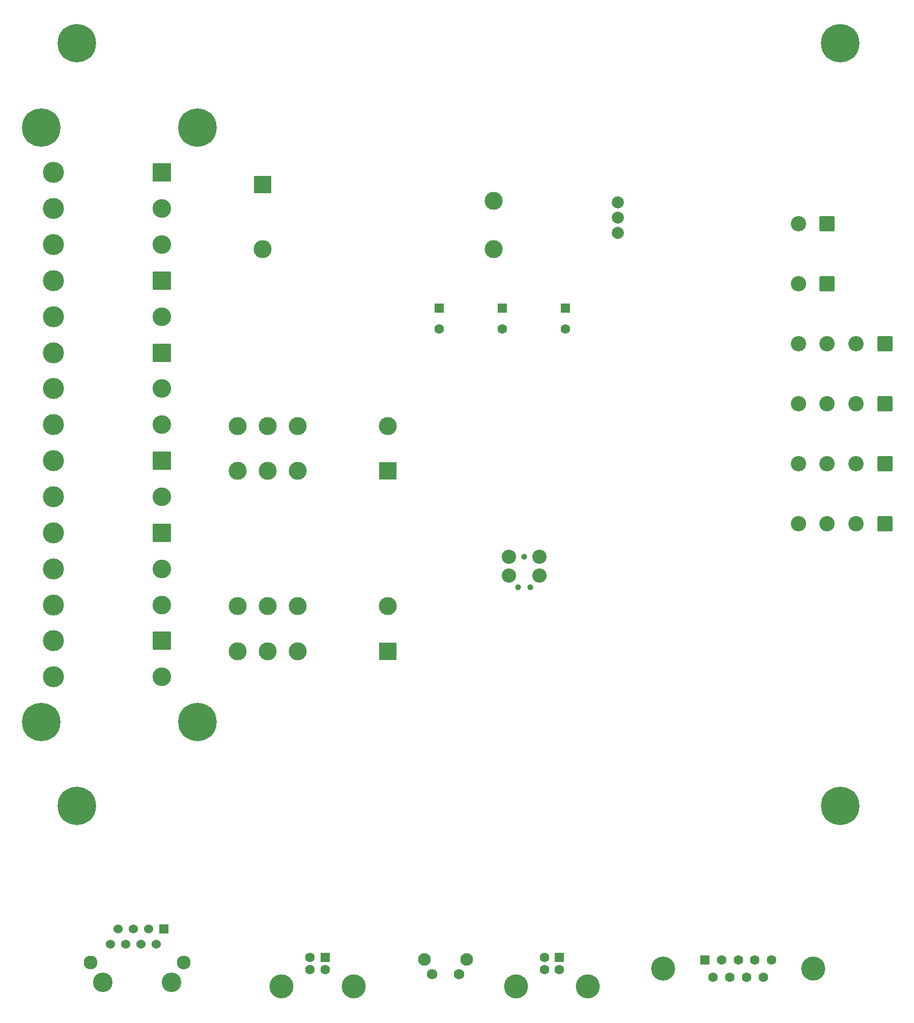
<source format=gbr>
%TF.GenerationSoftware,KiCad,Pcbnew,6.0.5+dfsg-1~bpo11+1*%
%TF.CreationDate,2023-01-20T09:08:56+00:00*%
%TF.ProjectId,nascontrol,6e617363-6f6e-4747-926f-6c2e6b696361,0.1*%
%TF.SameCoordinates,Original*%
%TF.FileFunction,Soldermask,Bot*%
%TF.FilePolarity,Negative*%
%FSLAX46Y46*%
G04 Gerber Fmt 4.6, Leading zero omitted, Abs format (unit mm)*
G04 Created by KiCad (PCBNEW 6.0.5+dfsg-1~bpo11+1) date 2023-01-20 09:08:56*
%MOMM*%
%LPD*%
G01*
G04 APERTURE LIST*
G04 Aperture macros list*
%AMRoundRect*
0 Rectangle with rounded corners*
0 $1 Rounding radius*
0 $2 $3 $4 $5 $6 $7 $8 $9 X,Y pos of 4 corners*
0 Add a 4 corners polygon primitive as box body*
4,1,4,$2,$3,$4,$5,$6,$7,$8,$9,$2,$3,0*
0 Add four circle primitives for the rounded corners*
1,1,$1+$1,$2,$3*
1,1,$1+$1,$4,$5*
1,1,$1+$1,$6,$7*
1,1,$1+$1,$8,$9*
0 Add four rect primitives between the rounded corners*
20,1,$1+$1,$2,$3,$4,$5,0*
20,1,$1+$1,$4,$5,$6,$7,0*
20,1,$1+$1,$6,$7,$8,$9,0*
20,1,$1+$1,$8,$9,$2,$3,0*%
G04 Aperture macros list end*
%ADD10C,4.000000*%
%ADD11R,1.600000X1.600000*%
%ADD12C,1.600000*%
%ADD13C,3.500000*%
%ADD14RoundRect,0.249999X-1.300001X1.300001X-1.300001X-1.300001X1.300001X-1.300001X1.300001X1.300001X0*%
%ADD15C,3.100000*%
%ADD16RoundRect,0.249999X1.025001X1.025001X-1.025001X1.025001X-1.025001X-1.025001X1.025001X-1.025001X0*%
%ADD17C,2.550000*%
%ADD18C,2.000000*%
%ADD19C,6.400000*%
%ADD20C,3.000000*%
%ADD21R,3.000000X3.000000*%
%ADD22C,2.374900*%
%ADD23C,0.990600*%
%ADD24C,2.100000*%
%ADD25C,1.750000*%
%ADD26C,3.250000*%
%ADD27R,1.500000X1.500000*%
%ADD28C,1.524000*%
%ADD29C,2.300000*%
G04 APERTURE END LIST*
D10*
%TO.C,J402*%
X127490000Y-184089669D03*
X152490000Y-184089669D03*
D11*
X134450000Y-182669669D03*
D12*
X137220000Y-182669669D03*
X139990000Y-182669669D03*
X142760000Y-182669669D03*
X145530000Y-182669669D03*
X135835000Y-185509669D03*
X138605000Y-185509669D03*
X141375000Y-185509669D03*
X144145000Y-185509669D03*
%TD*%
D13*
%TO.C,J502*%
X26100000Y-93500000D03*
X26100000Y-87500000D03*
X26100000Y-81500000D03*
D14*
X44100000Y-81500000D03*
D15*
X44100000Y-87500000D03*
X44100000Y-93500000D03*
%TD*%
D16*
%TO.C,SW102*%
X164400000Y-100000000D03*
D17*
X159600000Y-100000000D03*
X154800000Y-100000000D03*
X150000000Y-100000000D03*
%TD*%
D18*
%TO.C,U501*%
X120000000Y-56500000D03*
X120000000Y-59040000D03*
X120000000Y-61580000D03*
%TD*%
D16*
%TO.C,SW101*%
X164400000Y-110000000D03*
D17*
X159600000Y-110000000D03*
X154800000Y-110000000D03*
X150000000Y-110000000D03*
%TD*%
D13*
%TO.C,J501*%
X26100000Y-51500000D03*
X26100000Y-63500000D03*
X26100000Y-57500000D03*
D14*
X44100000Y-51500000D03*
D15*
X44100000Y-57500000D03*
X44100000Y-63500000D03*
%TD*%
D11*
%TO.C,C202*%
X111250000Y-74097349D03*
D12*
X111250000Y-77597349D03*
%TD*%
D19*
%TO.C,H502*%
X50000000Y-44000000D03*
%TD*%
%TO.C,H101*%
X30000000Y-30000000D03*
%TD*%
D20*
%TO.C,K501*%
X61707500Y-101207500D03*
X66707500Y-101207500D03*
X56707500Y-101207500D03*
X61707500Y-93707500D03*
X66707500Y-93707500D03*
X56707500Y-93707500D03*
D21*
X81707500Y-101207500D03*
D20*
X81707500Y-93707500D03*
%TD*%
D16*
%TO.C,SW104*%
X164400000Y-80000000D03*
D17*
X159600000Y-80000000D03*
X154800000Y-80000000D03*
X150000000Y-80000000D03*
%TD*%
D22*
%TO.C,J202*%
X101845000Y-118635000D03*
X106925000Y-118635000D03*
X106925000Y-115460000D03*
D23*
X105401000Y-120540000D03*
X103369000Y-120540000D03*
D22*
X101845000Y-115460000D03*
D23*
X104385000Y-115460000D03*
%TD*%
D24*
%TO.C,SW201*%
X87765000Y-182547500D03*
X94775000Y-182547500D03*
D25*
X93525000Y-185037500D03*
X89025000Y-185037500D03*
%TD*%
D13*
%TO.C,F502*%
X26100000Y-99500000D03*
X26100000Y-105500000D03*
D14*
X44100000Y-99500000D03*
D15*
X44100000Y-105500000D03*
%TD*%
D13*
%TO.C,J503*%
X26100000Y-117500000D03*
X26100000Y-123500000D03*
X26100000Y-111500000D03*
D14*
X44100000Y-111500000D03*
D15*
X44100000Y-117500000D03*
X44100000Y-123500000D03*
%TD*%
D16*
%TO.C,D102*%
X154800000Y-60000000D03*
D17*
X150000000Y-60000000D03*
%TD*%
D16*
%TO.C,SW103*%
X164400000Y-90000000D03*
D17*
X159600000Y-90000000D03*
X154800000Y-90000000D03*
X150000000Y-90000000D03*
%TD*%
D11*
%TO.C,C203*%
X100750000Y-74097349D03*
D12*
X100750000Y-77597349D03*
%TD*%
D11*
%TO.C,J101*%
X71250000Y-182212500D03*
D12*
X68750000Y-182212500D03*
X68750000Y-184212500D03*
X71250000Y-184212500D03*
D10*
X76000000Y-187072500D03*
X64000000Y-187072500D03*
%TD*%
D16*
%TO.C,D101*%
X154800000Y-70000000D03*
D17*
X150000000Y-70000000D03*
%TD*%
D19*
%TO.C,H501*%
X24000000Y-44000000D03*
%TD*%
D13*
%TO.C,F503*%
X26100000Y-135500000D03*
X26100000Y-129500000D03*
D14*
X44100000Y-129500000D03*
D15*
X44100000Y-135500000D03*
%TD*%
D13*
%TO.C,F501*%
X26100000Y-69500000D03*
X26100000Y-75500000D03*
D14*
X44100000Y-69500000D03*
D15*
X44100000Y-75500000D03*
%TD*%
D19*
%TO.C,H504*%
X24000000Y-143000000D03*
%TD*%
D21*
%TO.C,PS501*%
X60842500Y-53500000D03*
D20*
X60842500Y-64250000D03*
X99342500Y-64250000D03*
X99342500Y-56250000D03*
%TD*%
D19*
%TO.C,H503*%
X50000000Y-143000000D03*
%TD*%
%TO.C,H104*%
X30000000Y-157000000D03*
%TD*%
%TO.C,H102*%
X157000000Y-30000000D03*
%TD*%
D11*
%TO.C,J401*%
X110250000Y-182212500D03*
D12*
X107750000Y-182212500D03*
X107750000Y-184212500D03*
X110250000Y-184212500D03*
D10*
X103000000Y-187072500D03*
X115000000Y-187072500D03*
%TD*%
D20*
%TO.C,K502*%
X61707500Y-131207500D03*
X66707500Y-131207500D03*
X56707500Y-131207500D03*
X61707500Y-123707500D03*
X66707500Y-123707500D03*
X56707500Y-123707500D03*
D21*
X81707500Y-131207500D03*
D20*
X81707500Y-123707500D03*
%TD*%
D11*
%TO.C,C204*%
X90250000Y-74097349D03*
D12*
X90250000Y-77597349D03*
%TD*%
D19*
%TO.C,H103*%
X157000000Y-157000000D03*
%TD*%
D26*
%TO.C,J102*%
X45715000Y-186350000D03*
X34285000Y-186350000D03*
D27*
X44445000Y-177460000D03*
D28*
X43175000Y-180000000D03*
X41905000Y-177460000D03*
X40635000Y-180000000D03*
X39365000Y-177460000D03*
X38095000Y-180000000D03*
X36825000Y-177460000D03*
X35555000Y-180000000D03*
D29*
X47750000Y-183048000D03*
X32250000Y-183048000D03*
%TD*%
M02*

</source>
